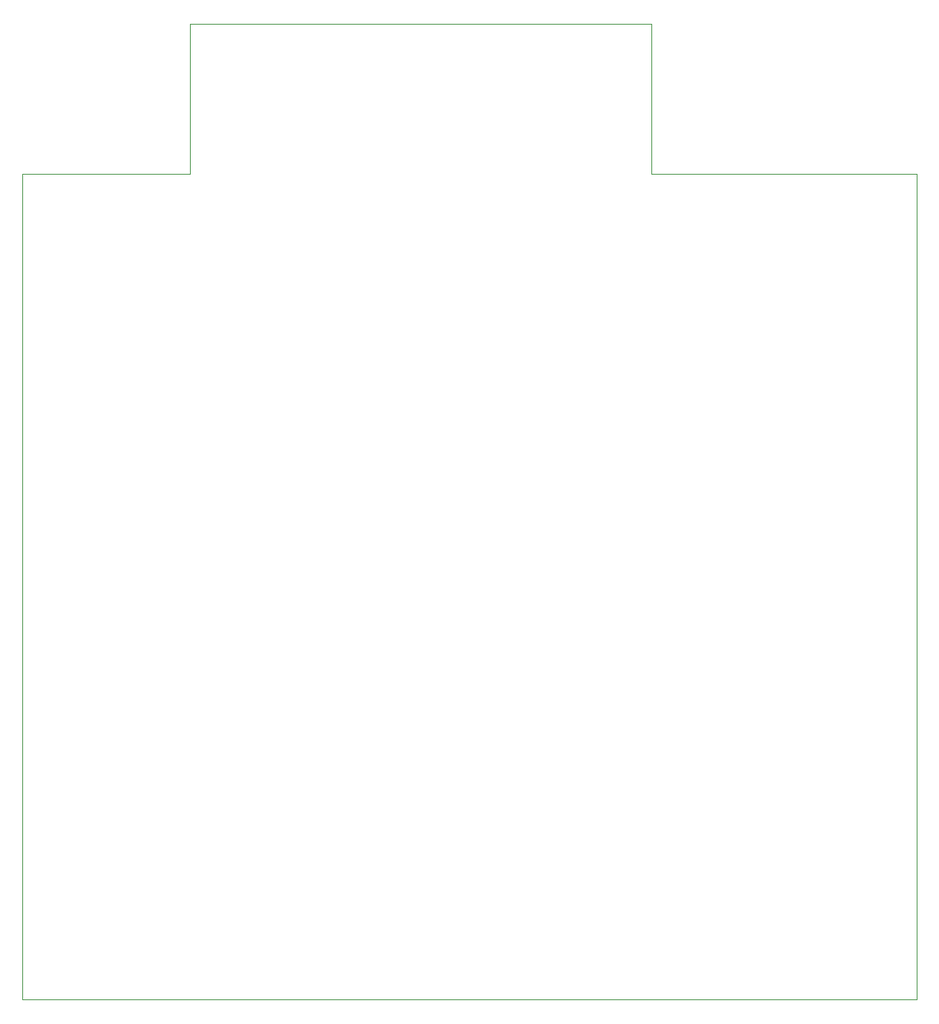
<source format=gbr>
%TF.GenerationSoftware,KiCad,Pcbnew,(5.1.6)-1*%
%TF.CreationDate,2021-03-26T11:01:25+01:00*%
%TF.ProjectId,carte_PhotodectionSimple,63617274-655f-4506-986f-746f64656374,rev?*%
%TF.SameCoordinates,Original*%
%TF.FileFunction,Profile,NP*%
%FSLAX46Y46*%
G04 Gerber Fmt 4.6, Leading zero omitted, Abs format (unit mm)*
G04 Created by KiCad (PCBNEW (5.1.6)-1) date 2021-03-26 11:01:25*
%MOMM*%
%LPD*%
G01*
G04 APERTURE LIST*
%TA.AperFunction,Profile*%
%ADD10C,0.050000*%
%TD*%
G04 APERTURE END LIST*
D10*
X161925000Y-57150000D02*
X166370000Y-57150000D01*
X161925000Y-147955000D02*
X161925000Y-57150000D01*
X260350000Y-147955000D02*
X161925000Y-147955000D01*
X260350000Y-57150000D02*
X260350000Y-147955000D01*
X247650000Y-57150000D02*
X260350000Y-57150000D01*
X180340000Y-57150000D02*
X166370000Y-57150000D01*
X180340000Y-56515000D02*
X180340000Y-57150000D01*
X180340000Y-40640000D02*
X180340000Y-56515000D01*
X231140000Y-57150000D02*
X247650000Y-57150000D01*
X231140000Y-40640000D02*
X231140000Y-57150000D01*
X180340000Y-40640000D02*
X231140000Y-40640000D01*
M02*

</source>
